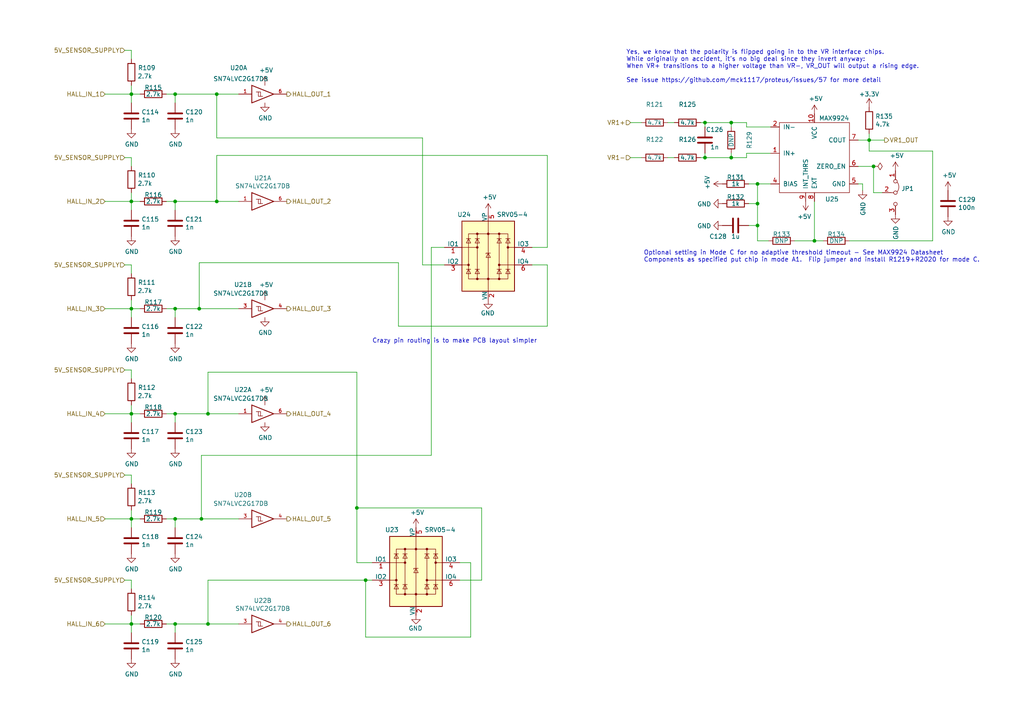
<source format=kicad_sch>
(kicad_sch (version 20231120) (generator "eeschema") (generator_version "8.0")
  (paper "A4")
  (lib_symbols
    (symbol "Device:C" (pin_numbers hide) (pin_names (offset 0.254))
      (property "Reference" "C" (at 0.635 2.54 0))
      (property "Value" "C" (at 0.635 -2.54 0))
      (symbol "C_0_1"
        (polyline (pts (xy -2.032 -0.762) (xy 2.032 -0.762)) (stroke (width 0.508)))
        (polyline (pts (xy -2.032 0.762) (xy 2.032 0.762)) (stroke (width 0.508)))
      )
      (symbol "C_1_1"
        (pin passive line (at 0 3.81 270) (length 2.794) (name "~") (number "1"))
        (pin passive line (at 0 -3.81 90) (length 2.794) (name "~") (number "2"))
      )
    )
    (symbol "Device:R" (pin_numbers hide) (pin_names (offset 0))
      (property "Reference" "R" (at 2.032 0 90))
      (property "Value" "R" (at 0 0 90))
      (symbol "R_0_1"
        (rectangle (start -1.016 -2.54) (end 1.016 2.54) (stroke (width 0.254)))
      )
      (symbol "R_1_1"
        (pin passive line (at 0 3.81 270) (length 1.27) (name "~") (number "1"))
        (pin passive line (at 0 -3.81 90) (length 1.27) (name "~") (number "2"))
      )
    )
    (symbol "Power_Protection:SRV05-4" (pin_names (offset 0))
      (property "Reference" "U" (at -5.08 11.43 0))
      (property "Value" "SRV05-4" (at 2.54 11.43 0))
      (symbol "SRV05-4_0_0"
        (rectangle (start -5.715 6.477) (end 5.715 -6.604))
        (polyline (pts (xy -3.175 -6.604) (xy -3.175 6.477)))
        (polyline (pts (xy 3.175 6.477) (xy 3.175 -6.604)))
      )
      (symbol "SRV05-4_0_1"
        (rectangle (start -7.62 10.16) (end 7.62 -10.16) (stroke (width 0.254)) (fill (type background)))
        (circle (center -5.715 -2.54) (radius 0.2794) (fill (type outline)))
        (circle (center -3.175 -6.604) (radius 0.2794) (fill (type outline)))
        (circle (center -3.175 2.54) (radius 0.2794) (fill (type outline)))
        (circle (center -3.175 6.477) (radius 0.2794) (fill (type outline)))
        (circle (center 0 -6.604) (radius 0.2794) (fill (type outline)))
        (polyline (pts (xy -7.747 2.54) (xy -3.175 2.54)))
        (polyline (pts (xy -7.62 -2.54) (xy -5.715 -2.54)))
        (polyline (pts (xy -5.08 -3.81) (xy -6.35 -3.81)))
        (polyline (pts (xy -5.08 5.08) (xy -6.35 5.08)))
        (polyline (pts (xy -2.54 -3.81) (xy -3.81 -3.81)))
        (polyline (pts (xy -2.54 5.08) (xy -3.81 5.08)))
        (polyline (pts (xy 0 10.16) (xy 0 -10.16)))
        (polyline (pts (xy 3.81 -3.81) (xy 2.54 -3.81)))
        (polyline (pts (xy 3.81 5.08) (xy 2.54 5.08)))
        (polyline (pts (xy 6.35 -3.81) (xy 5.08 -3.81)))
        (polyline (pts (xy 6.35 5.08) (xy 5.08 5.08)))
        (polyline (pts (xy 7.62 -2.54) (xy 3.175 -2.54)))
        (polyline (pts (xy 7.62 2.54) (xy 5.715 2.54)))
        (polyline (pts (xy 0.635 0.889) (xy -0.635 0.889) (xy -0.635 0.635)))
        (polyline (pts (xy -5.08 -5.08) (xy -6.35 -5.08) (xy -5.715 -3.81) (xy -5.08 -5.08)))
        (polyline (pts (xy -5.08 3.81) (xy -6.35 3.81) (xy -5.715 5.08) (xy -5.08 3.81)))
        (polyline (pts (xy -2.54 -5.08) (xy -3.81 -5.08) (xy -3.175 -3.81) (xy -2.54 -5.08)))
        (polyline (pts (xy -2.54 3.81) (xy -3.81 3.81) (xy -3.175 5.08) (xy -2.54 3.81)))
        (polyline (pts (xy 0.635 -0.381) (xy -0.635 -0.381) (xy 0 0.889) (xy 0.635 -0.381)))
        (polyline (pts (xy 3.81 -5.08) (xy 2.54 -5.08) (xy 3.175 -3.81) (xy 3.81 -5.08)))
        (polyline (pts (xy 3.81 3.81) (xy 2.54 3.81) (xy 3.175 5.08) (xy 3.81 3.81)))
        (polyline (pts (xy 6.35 -5.08) (xy 5.08 -5.08) (xy 5.715 -3.81) (xy 6.35 -5.08)))
        (polyline (pts (xy 6.35 3.81) (xy 5.08 3.81) (xy 5.715 5.08) (xy 6.35 3.81)))
        (circle (center 0 6.477) (radius 0.2794) (fill (type outline)))
        (circle (center 3.175 -6.604) (radius 0.2794) (fill (type outline)))
        (circle (center 3.175 -2.54) (radius 0.2794) (fill (type outline)))
        (circle (center 3.175 6.477) (radius 0.2794) (fill (type outline)))
        (circle (center 5.715 2.54) (radius 0.2794) (fill (type outline)))
      )
      (symbol "SRV05-4_1_1"
        (pin passive line (at -12.7 2.54 0) (length 5.08) (name "IO1") (number "1"))
        (pin passive line (at 0 -12.7 90) (length 2.54) (name "VN") (number "2"))
        (pin passive line (at -12.7 -2.54 0) (length 5.08) (name "IO2") (number "3"))
        (pin passive line (at 12.7 2.54 180) (length 5.08) (name "IO3") (number "4"))
        (pin passive line (at 0 12.7 270) (length 2.54) (name "VP") (number "5"))
        (pin passive line (at 12.7 -2.54 180) (length 5.08) (name "IO4") (number "6"))
      )
    )
    (symbol "max9924:MAX9924" (pin_names (offset 1.016))
      (property "Reference" "U" (at 3.81 -11.43 0))
      (property "Value" "MAX9924" (at 7.62 11.43 0))
      (symbol "MAX9924_0_1"
        (rectangle (start -10.16 10.16) (end 10.16 -10.16))
      )
      (symbol "MAX9924_1_1"
        (pin input line (at -12.7 1.27 0) (length 2.54) (name "IN+") (number "1"))
        (pin power_in line (at 0 12.7 270) (length 2.54) (name "VCC") (number "10"))
        (pin input line (at -12.7 8.89 0) (length 2.54) (name "IN-") (number "2"))
        (pin no_connect line (at 0 -5.08 0) (length 2.54) hide (name "~") (number "3"))
        (pin input line (at -12.7 -7.62 0) (length 2.54) (name "BIAS") (number "4"))
        (pin power_in line (at 12.7 -7.62 180) (length 2.54) (name "GND") (number "5"))
        (pin input line (at 12.7 -2.54 180) (length 2.54) (name "ZERO_EN") (number "6"))
        (pin output line (at 12.7 5.08 180) (length 2.54) (name "COUT") (number "7"))
        (pin input line (at 0 -12.7 90) (length 2.54) (name "EXT") (number "8"))
        (pin input line (at -2.54 -12.7 90) (length 2.54) (name "INT_THRS") (number "9"))
      )
    )
    (symbol "power:+3.3V" (power) (pin_names (offset 0))
      (property "Value" "+3.3V" (at 0 3.556 0))
      (symbol "+3.3V_0_1"
        (polyline (pts (xy -0.762 1.27) (xy 0 2.54)))
        (polyline (pts (xy 0 0) (xy 0 2.54)))
        (polyline (pts (xy 0 2.54) (xy 0.762 1.27)))
      )
      (symbol "+3.3V_1_1"
        (pin power_in line (at 0 0 90) (length 0) hide (name "+3.3V") (number "1"))
      )
    )
    (symbol "power:+5V" (power) (pin_names (offset 0))
      (property "Value" "+5V" (at 0 3.556 0))
      (symbol "+5V_0_1"
        (polyline (pts (xy -0.762 1.27) (xy 0 2.54)))
        (polyline (pts (xy 0 0) (xy 0 2.54)))
        (polyline (pts (xy 0 2.54) (xy 0.762 1.27)))
      )
      (symbol "+5V_1_1"
        (pin power_in line (at 0 0 90) (length 0) hide (name "+5V") (number "1"))
      )
    )
    (symbol "power:GND" (power) (pin_names (offset 0))
      (property "Value" "GND" (at 0 -3.81 0))
      (symbol "GND_0_1"
        (polyline (pts (xy 0 0) (xy 0 -1.27) (xy 1.27 -1.27) (xy 0 -2.54) (xy -1.27 -1.27) (xy 0 -1.27)))
      )
      (symbol "GND_1_1"
        (pin power_in line (at 0 0 270) (length 0) hide (name "GND") (number "1"))
      )
    )
    (symbol "power:PWR_FLAG" (power) (pin_numbers hide) (pin_names (offset 0) hide)
      (property "Value" "PWR_FLAG" (at 0 3.81 0))
      (symbol "PWR_FLAG_0_0"
        (pin power_out line (at 0 0 90) (length 0) (name "pwr") (number "1"))
      )
      (symbol "PWR_FLAG_0_1"
        (polyline (pts (xy 0 0) (xy 0 1.27) (xy -1.016 1.905) (xy 0 2.54) (xy 1.016 1.905) (xy 0 1.27)))
      )
    )
    (symbol "proteus-rescue:74LVC2G17-74xGxx" (pin_names (offset 1.016))
      (property "Reference" "U" (at -2.54 3.81 0))
      (property "Value" "74xGxx_74LVC2G17" (at 0 -3.81 0))
      (symbol "74LVC2G17-74xGxx_0_1"
        (polyline (pts (xy -1.905 0.635) (xy -1.27 0.635) (xy -1.27 -0.635)))
        (polyline (pts (xy -3.81 2.54) (xy -3.81 -2.54) (xy 2.54 0) (xy -3.81 2.54)) (stroke (width 0.254)))
        (polyline (pts (xy -2.54 0.635) (xy -1.905 0.635) (xy -1.905 -0.635) (xy -0.635 -0.635)))
        (pin power_in line (at 0 -2.54 270) (length 0) hide (name "GND") (number "2"))
        (pin power_in line (at 0 2.54 90) (length 0) hide (name "VCC") (number "5"))
      )
      (symbol "74LVC2G17-74xGxx_1_1"
        (pin input line (at -7.62 0 0) (length 3.81) (name "~") (number "1"))
        (pin output line (at 6.35 0 180) (length 3.81) (name "~") (number "6"))
      )
      (symbol "74LVC2G17-74xGxx_2_1"
        (pin input line (at -7.62 0 0) (length 3.81) (name "~") (number "3"))
        (pin output line (at 6.35 0 180) (length 3.81) (name "~") (number "4"))
      )
    )
    (symbol "proteus-rescue:Jumper_3_Bridged12-Jumper" (pin_names (offset 0) hide)
      (property "Reference" "JP" (at -2.54 -2.54 0))
      (property "Value" "Jumper_Jumper_3_Bridged12" (at 0 2.794 0))
      (symbol "Jumper_3_Bridged12-Jumper_0_0"
        (circle (center -3.302 0) (radius 0.508))
        (circle (center 0 0) (radius 0.508))
        (circle (center 3.302 0) (radius 0.508))
      )
      (symbol "Jumper_3_Bridged12-Jumper_0_1"
        (arc (start -0.254 0.508) (mid -1.651 0.9912) (end -3.048 0.508))
        (polyline (pts (xy 0 -1.27) (xy 0 -0.508)))
      )
      (symbol "Jumper_3_Bridged12-Jumper_1_1"
        (pin passive line (at -6.35 0 0) (length 2.54) (name "A") (number "1"))
        (pin input line (at 0 -3.81 90) (length 2.54) (name "C") (number "2"))
        (pin passive line (at 6.35 0 180) (length 2.54) (name "B") (number "3"))
      )
    )
  )
  (junction (at 50.8 150.495))
  (junction (at 219.71 53.34))
  (junction (at 219.71 65.405))
  (junction (at 252.095 40.64))
  (junction (at 50.8 27.305))
  (junction (at 60.325 120.015))
  (junction (at 58.42 150.495))
  (junction (at 38.1 27.305))
  (junction (at 38.1 89.535))
  (junction (at 50.8 58.42))
  (junction (at 253.365 48.26))
  (junction (at 50.8 120.015))
  (junction (at 62.865 58.42))
  (junction (at 236.22 69.85))
  (junction (at 212.09 35.56))
  (junction (at 60.325 180.975))
  (junction (at 204.47 45.72))
  (junction (at 103.505 147.32))
  (junction (at 219.71 59.055))
  (junction (at 204.47 35.56))
  (junction (at 212.09 45.72))
  (junction (at 57.785 89.535))
  (junction (at 106.045 168.275))
  (junction (at 62.865 27.305))
  (junction (at 38.1 58.42))
  (junction (at 50.8 89.535))
  (junction (at 50.8 180.975))
  (junction (at 38.1 120.015))
  (junction (at 38.1 180.975))
  (junction (at 38.1 150.495))
  (wire (pts (xy 36.195 76.835) (xy 38.1 76.835)))
  (wire (pts (xy 62.865 40.005) (xy 122.555 40.005)))
  (wire (pts (xy 203.2 35.56) (xy 204.47 35.56)))
  (wire (pts (xy 38.1 153.035) (xy 38.1 150.495)))
  (wire (pts (xy 204.47 45.72) (xy 204.47 44.45)))
  (wire (pts (xy 115.57 94.615) (xy 158.75 94.615)))
  (wire (pts (xy 219.71 69.85) (xy 222.885 69.85)))
  (wire (pts (xy 248.92 48.26) (xy 253.365 48.26)))
  (wire (pts (xy 219.71 59.055) (xy 219.71 53.34)))
  (wire (pts (xy 236.22 58.42) (xy 236.22 69.85)))
  (wire (pts (xy 125.095 71.755) (xy 128.905 71.755)))
  (wire (pts (xy 30.48 180.975) (xy 38.1 180.975)))
  (wire (pts (xy 217.17 53.34) (xy 219.71 53.34)))
  (wire (pts (xy 236.22 69.85) (xy 230.505 69.85)))
  (wire (pts (xy 50.8 58.42) (xy 62.865 58.42)))
  (wire (pts (xy 50.8 120.015) (xy 48.26 120.015)))
  (wire (pts (xy 216.535 44.45) (xy 216.535 45.72)))
  (wire (pts (xy 38.1 89.535) (xy 40.64 89.535)))
  (wire (pts (xy 58.42 150.495) (xy 69.215 150.495)))
  (wire (pts (xy 158.75 94.615) (xy 158.75 76.835)))
  (wire (pts (xy 158.75 45.085) (xy 158.75 71.755)))
  (wire (pts (xy 238.76 69.85) (xy 236.22 69.85)))
  (wire (pts (xy 38.1 86.995) (xy 38.1 89.535)))
  (wire (pts (xy 252.095 43.815) (xy 252.095 40.64)))
  (wire (pts (xy 217.17 65.405) (xy 219.71 65.405)))
  (wire (pts (xy 62.865 27.305) (xy 62.865 40.005)))
  (wire (pts (xy 122.555 76.835) (xy 128.905 76.835)))
  (wire (pts (xy 38.1 45.72) (xy 38.1 48.26)))
  (wire (pts (xy 38.1 120.015) (xy 40.64 120.015)))
  (wire (pts (xy 38.1 122.555) (xy 38.1 120.015)))
  (wire (pts (xy 60.325 168.275) (xy 106.045 168.275)))
  (wire (pts (xy 217.17 59.055) (xy 219.71 59.055)))
  (wire (pts (xy 270.51 43.815) (xy 252.095 43.815)))
  (wire (pts (xy 50.8 27.305) (xy 50.8 29.845)))
  (wire (pts (xy 38.1 76.835) (xy 38.1 79.375)))
  (wire (pts (xy 158.75 76.835) (xy 154.305 76.835)))
  (wire (pts (xy 216.535 35.56) (xy 216.535 36.83)))
  (wire (pts (xy 30.48 150.495) (xy 38.1 150.495)))
  (wire (pts (xy 58.42 150.495) (xy 58.42 132.08)))
  (wire (pts (xy 204.47 35.56) (xy 204.47 36.83)))
  (wire (pts (xy 62.865 58.42) (xy 62.865 45.085)))
  (wire (pts (xy 216.535 36.83) (xy 223.52 36.83)))
  (wire (pts (xy 38.1 58.42) (xy 40.64 58.42)))
  (wire (pts (xy 50.8 120.015) (xy 60.325 120.015)))
  (wire (pts (xy 38.1 117.475) (xy 38.1 120.015)))
  (wire (pts (xy 122.555 40.005) (xy 122.555 76.835)))
  (wire (pts (xy 193.675 45.72) (xy 195.58 45.72)))
  (wire (pts (xy 38.1 180.975) (xy 40.64 180.975)))
  (wire (pts (xy 50.8 120.015) (xy 50.8 122.555)))
  (wire (pts (xy 50.8 89.535) (xy 48.26 89.535)))
  (wire (pts (xy 139.7 168.275) (xy 139.7 147.32)))
  (wire (pts (xy 139.7 147.32) (xy 103.505 147.32)))
  (wire (pts (xy 158.75 71.755) (xy 154.305 71.755)))
  (wire (pts (xy 203.2 45.72) (xy 204.47 45.72)))
  (wire (pts (xy 212.09 35.56) (xy 216.535 35.56)))
  (wire (pts (xy 60.325 107.95) (xy 60.325 120.015)))
  (wire (pts (xy 212.09 35.56) (xy 204.47 35.56)))
  (wire (pts (xy 62.865 58.42) (xy 69.215 58.42)))
  (wire (pts (xy 30.48 58.42) (xy 38.1 58.42)))
  (wire (pts (xy 182.88 35.56) (xy 186.055 35.56)))
  (wire (pts (xy 38.1 107.315) (xy 38.1 109.855)))
  (wire (pts (xy 216.535 45.72) (xy 212.09 45.72)))
  (wire (pts (xy 50.8 180.975) (xy 48.26 180.975)))
  (wire (pts (xy 38.1 183.515) (xy 38.1 180.975)))
  (wire (pts (xy 182.88 45.72) (xy 186.055 45.72)))
  (wire (pts (xy 256.54 40.64) (xy 252.095 40.64)))
  (wire (pts (xy 38.1 60.96) (xy 38.1 58.42)))
  (wire (pts (xy 252.095 38.735) (xy 252.095 40.64)))
  (wire (pts (xy 36.195 107.315) (xy 38.1 107.315)))
  (wire (pts (xy 253.365 48.26) (xy 253.365 55.88)))
  (wire (pts (xy 50.8 58.42) (xy 48.26 58.42)))
  (wire (pts (xy 38.1 137.795) (xy 38.1 140.335)))
  (wire (pts (xy 38.1 168.275) (xy 38.1 170.815)))
  (wire (pts (xy 50.8 89.535) (xy 50.8 92.075)))
  (wire (pts (xy 103.505 107.95) (xy 60.325 107.95)))
  (wire (pts (xy 106.045 168.275) (xy 107.95 168.275)))
  (wire (pts (xy 223.52 44.45) (xy 216.535 44.45)))
  (wire (pts (xy 60.325 180.975) (xy 69.215 180.975)))
  (wire (pts (xy 250.19 55.245) (xy 250.19 53.34)))
  (wire (pts (xy 250.19 53.34) (xy 248.92 53.34)))
  (wire (pts (xy 36.195 14.605) (xy 38.1 14.605)))
  (wire (pts (xy 219.71 65.405) (xy 219.71 69.85)))
  (wire (pts (xy 133.35 168.275) (xy 139.7 168.275)))
  (wire (pts (xy 57.785 76.2) (xy 115.57 76.2)))
  (wire (pts (xy 253.365 55.88) (xy 255.905 55.88)))
  (wire (pts (xy 60.325 120.015) (xy 69.215 120.015)))
  (wire (pts (xy 38.1 24.765) (xy 38.1 27.305)))
  (wire (pts (xy 115.57 76.2) (xy 115.57 94.615)))
  (wire (pts (xy 246.38 69.85) (xy 270.51 69.85)))
  (wire (pts (xy 212.09 36.83) (xy 212.09 35.56)))
  (wire (pts (xy 195.58 35.56) (xy 193.675 35.56)))
  (wire (pts (xy 50.8 27.305) (xy 62.865 27.305)))
  (wire (pts (xy 50.8 150.495) (xy 48.26 150.495)))
  (wire (pts (xy 36.195 168.275) (xy 38.1 168.275)))
  (wire (pts (xy 136.525 184.785) (xy 136.525 163.195)))
  (wire (pts (xy 50.8 58.42) (xy 50.8 60.96)))
  (wire (pts (xy 219.71 65.405) (xy 219.71 59.055)))
  (wire (pts (xy 106.045 168.275) (xy 106.045 184.785)))
  (wire (pts (xy 38.1 27.305) (xy 40.64 27.305)))
  (wire (pts (xy 36.195 45.72) (xy 38.1 45.72)))
  (wire (pts (xy 57.785 89.535) (xy 69.215 89.535)))
  (wire (pts (xy 38.1 147.955) (xy 38.1 150.495)))
  (wire (pts (xy 107.95 163.195) (xy 103.505 163.195)))
  (wire (pts (xy 58.42 132.08) (xy 125.095 132.08)))
  (wire (pts (xy 30.48 27.305) (xy 38.1 27.305)))
  (wire (pts (xy 38.1 29.845) (xy 38.1 27.305)))
  (wire (pts (xy 38.1 150.495) (xy 40.64 150.495)))
  (wire (pts (xy 212.09 45.72) (xy 212.09 44.45)))
  (wire (pts (xy 38.1 55.88) (xy 38.1 58.42)))
  (wire (pts (xy 103.505 163.195) (xy 103.505 147.32)))
  (wire (pts (xy 62.865 27.305) (xy 69.215 27.305)))
  (wire (pts (xy 50.8 180.975) (xy 50.8 183.515)))
  (wire (pts (xy 106.045 184.785) (xy 136.525 184.785)))
  (wire (pts (xy 219.71 53.34) (xy 223.52 53.34)))
  (wire (pts (xy 252.095 40.64) (xy 248.92 40.64)))
  (wire (pts (xy 50.8 180.975) (xy 60.325 180.975)))
  (wire (pts (xy 50.8 27.305) (xy 48.26 27.305)))
  (wire (pts (xy 36.195 137.795) (xy 38.1 137.795)))
  (wire (pts (xy 57.785 89.535) (xy 57.785 76.2)))
  (wire (pts (xy 60.325 180.975) (xy 60.325 168.275)))
  (wire (pts (xy 50.8 89.535) (xy 57.785 89.535)))
  (wire (pts (xy 62.865 45.085) (xy 158.75 45.085)))
  (wire (pts (xy 136.525 163.195) (xy 133.35 163.195)))
  (wire (pts (xy 270.51 69.85) (xy 270.51 43.815)))
  (wire (pts (xy 50.8 150.495) (xy 50.8 153.035)))
  (wire (pts (xy 38.1 14.605) (xy 38.1 17.145)))
  (wire (pts (xy 103.505 147.32) (xy 103.505 107.95)))
  (wire (pts (xy 125.095 132.08) (xy 125.095 71.755)))
  (wire (pts (xy 38.1 178.435) (xy 38.1 180.975)))
  (wire (pts (xy 30.48 89.535) (xy 38.1 89.535)))
  (wire (pts (xy 30.48 120.015) (xy 38.1 120.015)))
  (wire (pts (xy 50.8 150.495) (xy 58.42 150.495)))
  (wire (pts (xy 38.1 92.075) (xy 38.1 89.535)))
  (wire (pts (xy 204.47 45.72) (xy 212.09 45.72)))
  (text "Yes, we know that the polarity is flipped going in to the VR interface chips.\nWhile originally on accident, it’s no big deal since they invert anyway:\nWhen VR+ transitions to a higher voltage than VR-, VR_OUT will output a rising edge.\n\nSee issue https://github.com/mck1117/proteus/issues/57 for more detail" (at 181.61 24.13 0) (effects (font (size 1.27 1.27)) (justify left bottom)))
  (text "Crazy pin routing is to make PCB layout simpler" (at 107.95 99.695 0) (effects (font (size 1.27 1.27)) (justify left bottom)))
  (text "Optional setting in Mode C for no adaptive threshold timeout - See MAX9924 Datasheet\nComponents as specified put chip in mode A1.  Flip jumper and install R1219+R2020 for mode C." (at 186.69 76.2 0) (effects (font (size 1.27 1.27)) (justify left bottom)))
  (hierarchical_label "HALL_OUT_1" (shape output) (at 83.185 27.305 0))
  (hierarchical_label "5V_SENSOR_SUPPLY" (shape input) (at 36.195 107.315 180))
  (hierarchical_label "5V_SENSOR_SUPPLY" (shape input) (at 36.195 168.275 180))
  (hierarchical_label "HALL_IN_6" (shape input) (at 30.48 180.975 180))
  (hierarchical_label "VR1+" (shape input) (at 182.88 35.56 180))
  (hierarchical_label "HALL_IN_4" (shape input) (at 30.48 120.015 180))
  (hierarchical_label "HALL_OUT_3" (shape output) (at 83.185 89.535 0))
  (hierarchical_label "5V_SENSOR_SUPPLY" (shape input) (at 36.195 14.605 180))
  (hierarchical_label "5V_SENSOR_SUPPLY" (shape input) (at 36.195 45.72 180))
  (hierarchical_label "HALL_OUT_2" (shape output) (at 83.185 58.42 0))
  (hierarchical_label "HALL_IN_3" (shape input) (at 30.48 89.535 180))
  (hierarchical_label "HALL_OUT_6" (shape output) (at 83.185 180.975 0))
  (hierarchical_label "HALL_IN_2" (shape input) (at 30.48 58.42 180))
  (hierarchical_label "5V_SENSOR_SUPPLY" (shape input) (at 36.195 76.835 180))
  (hierarchical_label "5V_SENSOR_SUPPLY" (shape input) (at 36.195 137.795 180))
  (hierarchical_label "HALL_OUT_5" (shape output) (at 83.185 150.495 0))
  (hierarchical_label "HALL_OUT_4" (shape output) (at 83.185 120.015 0))
  (hierarchical_label "HALL_IN_1" (shape input) (at 30.48 27.305 180))
  (hierarchical_label "HALL_IN_5" (shape input) (at 30.48 150.495 180))
  (hierarchical_label "VR1_OUT" (shape output) (at 256.54 40.64 0))
  (hierarchical_label "VR1-" (shape input) (at 182.88 45.72 180))
  (symbol (lib_id "power:GND") (at 274.955 62.865 0) (unit 1)
    (property "Reference" "#PWR0264" (effects (hide yes)))
    (property "Value" "GND" (at 275.082 67.2592 0))
    (instances (project "ECUGDI" (path "" (reference "#PWR0264") (unit 1))) (project "proteus" (path "" (reference "#PWR0241") (unit 1))))
  )
  (symbol (lib_id "Device:R") (at 44.45 150.495 270) (unit 1)
    (property "Reference" "R119" (at 44.45 148.59 90))
    (property "Value" "2.7k" (at 44.45 150.495 90))
    (property "Footprint" "Resistor_SMD:R_0603_1608Metric" (effects (hide yes)))
    (property "LCSC" "C13167" (effects (hide yes)))
    (property "PN" "RC0603FR-072K7L" (effects (hide yes)))
    (instances (project "ECUGDI" (path "" (reference "R119") (unit 1))) (project "proteus" (path "" (reference "R1202") (unit 1))))
  )
  (symbol (lib_id "Device:C") (at 38.1 95.885 0) (unit 1)
    (property "Reference" "C116" (at 41.021 94.7166 0) (effects (justify left)))
    (property "Value" "1n" (at 41.021 97.028 0) (effects (justify left)))
    (property "Footprint" "Capacitor_SMD:C_0603_1608Metric" (effects (hide yes)))
    (property "LCSC" "C1588" (effects (hide yes)))
    (property "PN" "CL10B102KB8NNNC" (effects (hide yes)))
    (instances (project "ECUGDI" (path "" (reference "C116") (unit 1))) (project "proteus" (path "" (reference "C1405") (unit 1))))
  )
  (symbol (lib_id "Device:R") (at 38.1 144.145 0) (unit 1)
    (property "Reference" "R113" (at 40.005 142.875 0) (effects (justify left)))
    (property "Value" "2.7k" (at 39.878 145.288 0) (effects (justify left)))
    (property "Footprint" "Resistor_SMD:R_0603_1608Metric" (effects (hide yes)))
    (property "LCSC" "C13167" (effects (hide yes)))
    (property "PN" "RC0603FR-072K7L" (effects (hide yes)))
    (instances (project "ECUGDI" (path "" (reference "R113") (unit 1))) (project "proteus" (path "" (reference "R1201") (unit 1))))
  )
  (symbol (lib_id "Device:R") (at 242.57 69.85 270) (unit 1)
    (property "Reference" "R134" (at 242.57 67.945 90))
    (property "Value" "DNP" (at 242.57 69.85 90))
    (property "Footprint" "Resistor_SMD:R_0805_2012Metric_Pad1.20x1.40mm_HandSolder" (effects (hide yes)))
    (property "LCSC" "DNP" (effects (hide yes)))
    (instances (project "ECUGDI" (path "" (reference "R134") (unit 1))) (project "proteus" (path "" (reference "R1220") (unit 1))))
  )
  (symbol (lib_id "Device:R") (at 212.09 40.64 180) (unit 1)
    (property "Reference" "R129" (at 217.3478 40.64 90))
    (property "Value" "DNP" (at 212.09 40.64 90))
    (property "Footprint" "Resistor_SMD:R_0805_2012Metric" (effects (hide yes)))
    (property "PN" "603-RC0402FR-075KL" (effects (hide yes)))
    (property "LCSC" "DNP" (effects (hide yes)))
    (instances (project "ECUGDI" (path "" (reference "R129") (unit 1))) (project "proteus" (path "" (reference "R1207") (unit 1))))
  )
  (symbol (lib_id "proteus-rescue:74LVC2G17-74xGxx") (at 76.835 58.42 0) (unit 1)
    (property "Reference" "U21" (at 76.2 51.6382 0))
    (property "Value" "SN74LVC2G17DB" (at 76.2 53.9496 0))
    (property "Footprint" "Package_TO_SOT_SMD:SOT-23-6" (effects (hide yes)))
    (property "Datasheet" "http://www.ti.com/lit/sg/scyt129e/scyt129e.pdf" (effects (hide yes)))
    (property "LCSC" "C10429" (effects (hide yes)))
    (property "PN" "SN74LVC2G17DBVR" (effects (hide yes)))
    (instances (project "ECUGDI" (path "" (reference "U21") (unit 1))) (project "proteus" (path "" (reference "U1207") (unit 1)) (path "" (reference "U1207") (unit 1))))
  )
  (symbol (lib_id "power:GND") (at 259.715 62.23 0) (unit 1)
    (property "Reference" "#PWR0262" (effects (hide yes)))
    (property "Value" "GND" (at 259.842 65.4812 90) (effects (justify right)))
    (instances (project "ECUGDI" (path "" (reference "#PWR0262") (unit 1))) (project "proteus" (path "" (reference "#PWR0305") (unit 1))))
  )
  (symbol (lib_id "power:GND") (at 38.1 160.655 0) (unit 1)
    (property "Reference" "#PWR0231" (effects (hide yes)))
    (property "Value" "GND" (at 38.227 165.0492 0))
    (instances (project "ECUGDI" (path "" (reference "#PWR0231") (unit 1))) (project "proteus" (path "" (reference "#PWR0115") (unit 1))))
  )
  (symbol (lib_id "power:GND") (at 38.1 130.175 0) (unit 1)
    (property "Reference" "#PWR0230" (effects (hide yes)))
    (property "Value" "GND" (at 38.227 134.5692 0))
    (instances (project "ECUGDI" (path "" (reference "#PWR0230") (unit 1))) (project "proteus" (path "" (reference "#PWR01415") (unit 1))))
  )
  (symbol (lib_id "Device:R") (at 38.1 52.07 0) (unit 1)
    (property "Reference" "R110" (at 40.005 50.8 0) (effects (justify left)))
    (property "Value" "2.7k" (at 39.878 53.213 0) (effects (justify left)))
    (property "Footprint" "Resistor_SMD:R_0603_1608Metric" (effects (hide yes)))
    (property "LCSC" "C13167" (effects (hide yes)))
    (property "PN" "RC0603FR-072K7L" (effects (hide yes)))
    (instances (project "ECUGDI" (path "" (reference "R110") (unit 1))) (project "proteus" (path "" (reference "R1403") (unit 1))))
  )
  (symbol (lib_id "power:GND") (at 76.835 29.845 0) (unit 1)
    (property "Reference" "#PWR0240" (effects (hide yes)))
    (property "Value" "GND" (at 76.962 34.2392 0))
    (instances (project "ECUGDI" (path "" (reference "#PWR0240") (unit 1))) (project "proteus" (path "" (reference "#PWR0122") (unit 1))))
  )
  (symbol (lib_id "Device:R") (at 44.45 58.42 270) (unit 1)
    (property "Reference" "R116" (at 44.45 56.515 90))
    (property "Value" "2.7k" (at 44.45 58.42 90))
    (property "Footprint" "Resistor_SMD:R_0603_1608Metric" (effects (hide yes)))
    (property "LCSC" "C13167" (effects (hide yes)))
    (property "PN" "RC0603FR-072K7L" (effects (hide yes)))
    (instances (project "ECUGDI" (path "" (reference "R116") (unit 1))) (project "proteus" (path "" (reference "R1404") (unit 1))))
  )
  (symbol (lib_id "power:GND") (at 50.8 37.465 0) (unit 1)
    (property "Reference" "#PWR0233" (effects (hide yes)))
    (property "Value" "GND" (at 50.927 41.8592 0))
    (instances (project "ECUGDI" (path "" (reference "#PWR0233") (unit 1))) (project "proteus" (path "" (reference "#PWR01404") (unit 1))))
  )
  (symbol (lib_id "Device:C") (at 38.1 156.845 0) (unit 1)
    (property "Reference" "C118" (at 41.021 155.6766 0) (effects (justify left)))
    (property "Value" "1n" (at 41.021 157.988 0) (effects (justify left)))
    (property "Footprint" "Capacitor_SMD:C_0603_1608Metric" (effects (hide yes)))
    (property "LCSC" "C1588" (effects (hide yes)))
    (property "PN" "CL10B102KB8NNNC" (effects (hide yes)))
    (instances (project "ECUGDI" (path "" (reference "C118") (unit 1))) (project "proteus" (path "" (reference "C1204") (unit 1))))
  )
  (symbol (lib_id "power:GND") (at 38.1 37.465 0) (unit 1)
    (property "Reference" "#PWR0227" (effects (hide yes)))
    (property "Value" "GND" (at 38.227 41.8592 0))
    (instances (project "ECUGDI" (path "" (reference "#PWR0227") (unit 1))) (project "proteus" (path "" (reference "#PWR01403") (unit 1))))
  )
  (symbol (lib_id "power:GND") (at 38.1 99.695 0) (unit 1)
    (property "Reference" "#PWR0229" (effects (hide yes)))
    (property "Value" "GND" (at 38.227 104.0892 0))
    (instances (project "ECUGDI" (path "" (reference "#PWR0229") (unit 1))) (project "proteus" (path "" (reference "#PWR01411") (unit 1))))
  )
  (symbol (lib_id "power:GND") (at 76.835 122.555 0) (unit 1)
    (property "Reference" "#PWR0244" (effects (hide yes)))
    (property "Value" "GND" (at 76.962 126.9492 0))
    (instances (project "ECUGDI" (path "" (reference "#PWR0244") (unit 1))) (project "proteus" (path "" (reference "#PWR0285") (unit 1))))
  )
  (symbol (lib_id "Device:R") (at 226.695 69.85 270) (unit 1)
    (property "Reference" "R133" (at 226.695 67.945 90))
    (property "Value" "DNP" (at 226.695 69.85 90))
    (property "Footprint" "Resistor_SMD:R_0805_2012Metric_Pad1.20x1.40mm_HandSolder" (effects (hide yes)))
    (property "LCSC" "DNP" (effects (hide yes)))
    (instances (project "ECUGDI" (path "" (reference "R133") (unit 1))) (project "proteus" (path "" (reference "R1219") (unit 1))))
  )
  (symbol (lib_id "Device:C") (at 38.1 64.77 0) (unit 1)
    (property "Reference" "C115" (at 41.021 63.6016 0) (effects (justify left)))
    (property "Value" "1n" (at 41.021 65.913 0) (effects (justify left)))
    (property "Footprint" "Capacitor_SMD:C_0603_1608Metric" (effects (hide yes)))
    (property "LCSC" "C1588" (effects (hide yes)))
    (property "PN" "CL10B102KB8NNNC" (effects (hide yes)))
    (instances (project "ECUGDI" (path "" (reference "C115") (unit 1))) (project "proteus" (path "" (reference "C1403") (unit 1))))
  )
  (symbol (lib_id "power:+5V") (at 209.55 53.34 90) (unit 1)
    (property "Reference" "#PWR0249" (effects (hide yes)))
    (property "Value" "+5V" (at 205.1558 52.959 0))
    (instances (project "ECUGDI" (path "" (reference "#PWR0249") (unit 1))) (project "proteus" (path "" (reference "#PWR0303") (unit 1))))
  )
  (symbol (lib_id "Device:C") (at 274.955 59.055 0) (unit 1)
    (property "Reference" "C129" (at 277.876 57.8866 0) (effects (justify left)))
    (property "Value" "100n" (at 277.876 60.198 0) (effects (justify left)))
    (property "Footprint" "Capacitor_SMD:C_0603_1608Metric" (effects (hide yes)))
    (property "LCSC" "C14663" (effects (hide yes)))
    (property "PN" "0603B103K500NT" (effects (hide yes)))
    (instances (project "ECUGDI" (path "" (reference "C129") (unit 1))) (project "proteus" (path "" (reference "C1211") (unit 1))))
  )
  (symbol (lib_id "power:+5V") (at 259.715 49.53 0) (unit 1)
    (property "Reference" "#PWR0261" (effects (hide yes)))
    (property "Value" "+5V" (at 260.096 45.1358 0))
    (instances (project "ECUGDI" (path "" (reference "#PWR0261") (unit 1))) (project "proteus" (path "" (reference "#PWR0306") (unit 1))))
  )
  (symbol (lib_id "Device:R") (at 44.45 120.015 270) (unit 1)
    (property "Reference" "R118" (at 44.45 118.11 90))
    (property "Value" "2.7k" (at 44.45 120.015 90))
    (property "Footprint" "Resistor_SMD:R_0603_1608Metric" (effects (hide yes)))
    (property "LCSC" "C13167" (effects (hide yes)))
    (property "PN" "RC0603FR-072K7L" (effects (hide yes)))
    (instances (project "ECUGDI" (path "" (reference "R118") (unit 1))) (project "proteus" (path "" (reference "R1408") (unit 1))))
  )
  (symbol (lib_id "Power_Protection:SRV05-4") (at 120.65 165.735 0) (unit 1)
    (property "Reference" "U23" (at 113.665 153.67 0))
    (property "Value" "SRV05-4" (at 127.635 153.67 0))
    (property "Footprint" "Package_TO_SOT_SMD:SOT-23-6" (effects (hide yes)))
    (property "Datasheet" "http://www.onsemi.com/pub/Collateral/SRV05-4-D.PDF" (effects (hide yes)))
    (property "PN" "SRV05-4-P-T7" (effects (hide yes)))
    (instances (project "ECUGDI" (path "" (reference "U23") (unit 1))) (project "proteus" (path "" (reference "U1107") (unit 1))))
  )
  (symbol (lib_id "power:GND") (at 50.8 191.135 0) (unit 1)
    (property "Reference" "#PWR0238" (effects (hide yes)))
    (property "Value" "GND" (at 50.927 195.5292 0))
    (instances (project "ECUGDI" (path "" (reference "#PWR0238") (unit 1))) (project "proteus" (path "" (reference "#PWR0117") (unit 1))))
  )
  (symbol (lib_id "power:GND") (at 50.8 68.58 0) (unit 1)
    (property "Reference" "#PWR0234" (effects (hide yes)))
    (property "Value" "GND" (at 50.927 72.9742 0))
    (instances (project "ECUGDI" (path "" (reference "#PWR0234") (unit 1))) (project "proteus" (path "" (reference "#PWR01408") (unit 1))))
  )
  (symbol (lib_id "Device:R") (at 213.36 53.34 90) (unit 1)
    (property "Reference" "R131" (at 213.36 51.435 90))
    (property "Value" "1k" (at 213.36 53.34 90))
    (property "Footprint" "Resistor_SMD:R_0402_1005Metric" (effects (hide yes)))
    (property "LCSC" "C11702" (effects (hide yes)))
    (property "PN" "RC0402FR-071KL" (effects (hide yes)))
    (instances (project "ECUGDI" (path "" (reference "R131") (unit 1))) (project "proteus" (path "" (reference "R1217") (unit 1))))
  )
  (symbol (lib_id "Device:R") (at 38.1 113.665 0) (unit 1)
    (property "Reference" "R112" (at 40.005 112.395 0) (effects (justify left)))
    (property "Value" "2.7k" (at 39.878 114.808 0) (effects (justify left)))
    (property "Footprint" "Resistor_SMD:R_0603_1608Metric" (effects (hide yes)))
    (property "LCSC" "C13167" (effects (hide yes)))
    (property "PN" "RC0603FR-072K7L" (effects (hide yes)))
    (instances (project "ECUGDI" (path "" (reference "R112") (unit 1))) (project "proteus" (path "" (reference "R1407") (unit 1))))
  )
  (symbol (lib_id "Device:R") (at 213.36 59.055 90) (unit 1)
    (property "Reference" "R132" (at 213.36 57.15 90))
    (property "Value" "1k" (at 213.36 59.055 90))
    (property "Footprint" "Resistor_SMD:R_0402_1005Metric" (effects (hide yes)))
    (property "LCSC" "C11702" (effects (hide yes)))
    (property "PN" "RC0402FR-071KL" (effects (hide yes)))
    (instances (project "ECUGDI" (path "" (reference "R132") (unit 1))) (project "proteus" (path "" (reference "R1218") (unit 1))))
  )
  (symbol (lib_id "power:+5V") (at 120.65 153.035 0) (unit 1)
    (property "Reference" "#PWR0245" (effects (hide yes)))
    (property "Value" "+5V" (at 121.031 148.6408 0))
    (instances (project "ECUGDI" (path "" (reference "#PWR0245") (unit 1))) (project "proteus" (path "" (reference "#PWR0146") (unit 1))))
  )
  (symbol (lib_id "proteus-rescue:74LVC2G17-74xGxx") (at 76.835 120.015 0) (unit 1)
    (property "Reference" "U22" (at 70.485 113.03 0))
    (property "Value" "SN74LVC2G17DB" (at 69.85 115.57 0))
    (property "Footprint" "Package_TO_SOT_SMD:SOT-23-6" (effects (hide yes)))
    (property "Datasheet" "http://www.ti.com/lit/sg/scyt129e/scyt129e.pdf" (effects (hide yes)))
    (property "LCSC" "C10429" (effects (hide yes)))
    (property "PN" "SN74LVC2G17DBVR" (effects (hide yes)))
    (instances (project "ECUGDI" (path "" (reference "U22") (unit 1))) (project "proteus" (path "" (reference "U1208") (unit 1)) (path "" (reference "U1208") (unit 1))))
  )
  (symbol (lib_id "Device:R") (at 189.865 45.72 270) (unit 1)
    (property "Reference" "R122" (at 189.865 40.4622 90))
    (property "Value" "4.7k" (at 189.865 45.72 90))
    (property "Footprint" "Resistor_SMD:R_0805_2012Metric" (effects (hide yes)))
    (property "LCSC" "C17673" (effects (hide yes)))
    (property "PN" "RC0805FR-074K7L" (effects (hide yes)))
    (instances (project "ECUGDI" (path "" (reference "R122") (unit 1))) (project "proteus" (path "" (reference "R1208") (unit 1))))
  )
  (symbol (lib_id "power:GND") (at 209.55 59.055 270) (unit 1)
    (property "Reference" "#PWR0250" (effects (hide yes)))
    (property "Value" "GND" (at 206.2988 59.182 90) (effects (justify right)))
    (instances (project "ECUGDI" (path "" (reference "#PWR0250") (unit 1))) (project "proteus" (path "" (reference "#PWR0232") (unit 1))))
  )
  (symbol (lib_id "Device:C") (at 50.8 156.845 0) (unit 1)
    (property "Reference" "C124" (at 53.721 155.6766 0) (effects (justify left)))
    (property "Value" "1n" (at 53.721 157.988 0) (effects (justify left)))
    (property "Footprint" "Capacitor_SMD:C_0603_1608Metric" (effects (hide yes)))
    (property "LCSC" "C1588" (effects (hide yes)))
    (property "PN" "CL10B102KB8NNNC" (effects (hide yes)))
    (instances (project "ECUGDI" (path "" (reference "C124") (unit 1))) (project "proteus" (path "" (reference "C1205") (unit 1))))
  )
  (symbol (lib_id "Device:C") (at 38.1 126.365 0) (unit 1)
    (property "Reference" "C117" (at 41.021 125.1966 0) (effects (justify left)))
    (property "Value" "1n" (at 41.021 127.508 0) (effects (justify left)))
    (property "Footprint" "Capacitor_SMD:C_0603_1608Metric" (effects (hide yes)))
    (property "LCSC" "C1588" (effects (hide yes)))
    (property "PN" "CL10B102KB8NNNC" (effects (hide yes)))
    (instances (project "ECUGDI" (path "" (reference "C117") (unit 1))) (project "proteus" (path "" (reference "C1407") (unit 1))))
  )
  (symbol (lib_id "power:+5V") (at 236.22 33.02 0) (unit 1)
    (property "Reference" "#PWR0255" (effects (hide yes)))
    (property "Value" "+5V" (at 236.601 28.6258 0))
    (instances (project "ECUGDI" (path "" (reference "#PWR0255") (unit 1))) (project "proteus" (path "" (reference "#PWR0230") (unit 1))))
  )
  (symbol (lib_id "power:+5V") (at 76.835 24.765 0) (unit 1)
    (property "Reference" "#PWR0239" (effects (hide yes)))
    (property "Value" "+5V" (at 77.216 20.3708 0))
    (instances (project "ECUGDI" (path "" (reference "#PWR0239") (unit 1))) (project "proteus" (path "" (reference "#PWR0118") (unit 1))))
  )
  (symbol (lib_id "Device:R") (at 38.1 20.955 0) (unit 1)
    (property "Reference" "R109" (at 40.005 19.685 0) (effects (justify left)))
    (property "Value" "2.7k" (at 39.878 22.098 0) (effects (justify left)))
    (property "Footprint" "Resistor_SMD:R_0603_1608Metric" (effects (hide yes)))
    (property "LCSC" "C13167" (effects (hide yes)))
    (property "PN" "RC0603FR-072K7L" (effects (hide yes)))
    (instances (project "ECUGDI" (path "" (reference "R109") (unit 1))) (project "proteus" (path "" (reference "R1401") (unit 1))))
  )
  (symbol (lib_id "power:GND") (at 38.1 191.135 0) (unit 1)
    (property "Reference" "#PWR0232" (effects (hide yes)))
    (property "Value" "GND" (at 38.227 195.5292 0))
    (instances (project "ECUGDI" (path "" (reference "#PWR0232") (unit 1))) (project "proteus" (path "" (reference "#PWR0119") (unit 1))))
  )
  (symbol (lib_id "Device:C") (at 50.8 126.365 0) (unit 1)
    (property "Reference" "C123" (at 53.721 125.1966 0) (effects (justify left)))
    (property "Value" "1n" (at 53.721 127.508 0) (effects (justify left)))
    (property "Footprint" "Capacitor_SMD:C_0603_1608Metric" (effects (hide yes)))
    (property "LCSC" "C1588" (effects (hide yes)))
    (property "PN" "CL10B102KB8NNNC" (effects (hide yes)))
    (instances (project "ECUGDI" (path "" (reference "C123") (unit 1))) (project "proteus" (path "" (reference "C1408") (unit 1))))
  )
  (symbol (lib_id "Device:R") (at 44.45 180.975 270) (unit 1)
    (property "Reference" "R120" (at 44.45 179.07 90))
    (property "Value" "2.7k" (at 44.45 180.975 90))
    (property "Footprint" "Resistor_SMD:R_0603_1608Metric" (effects (hide yes)))
    (property "LCSC" "C13167" (effects (hide yes)))
    (property "PN" "RC0603FR-072K7L" (effects (hide yes)))
    (instances (project "ECUGDI" (path "" (reference "R120") (unit 1))) (project "proteus" (path "" (reference "R1204") (unit 1))))
  )
  (symbol (lib_id "power:GND") (at 141.605 86.995 0) (unit 1)
    (property "Reference" "#PWR0248" (effects (hide yes)))
    (property "Value" "GND" (at 143.51 90.805 0) (effects (justify right)))
    (instances (project "ECUGDI" (path "" (reference "#PWR0248") (unit 1))) (project "proteus" (path "" (reference "#PWR0145") (unit 1))))
  )
  (symbol (lib_id "power:+5V") (at 274.955 55.245 0) (unit 1)
    (property "Reference" "#PWR0263" (effects (hide yes)))
    (property "Value" "+5V" (at 275.336 50.8508 0))
    (instances (project "ECUGDI" (path "" (reference "#PWR0263") (unit 1))) (project "proteus" (path "" (reference "#PWR0240") (unit 1))))
  )
  (symbol (lib_id "proteus-rescue:74LVC2G17-74xGxx") (at 76.835 89.535 0) (unit 2)
    (property "Reference" "U21" (at 70.485 82.55 0))
    (property "Value" "SN74LVC2G17DB" (at 69.85 85.09 0))
    (property "Footprint" "Package_TO_SOT_SMD:SOT-23-6" (effects (hide yes)))
    (property "Datasheet" "http://www.ti.com/lit/sg/scyt129e/scyt129e.pdf" (effects (hide yes)))
    (property "LCSC" "C10429" (effects (hide yes)))
    (property "PN" "SN74LVC2G17DBVR" (effects (hide yes)))
    (instances (project "ECUGDI" (path "" (reference "U21") (unit 2))) (project "proteus" (path "" (reference "U1207") (unit 2)) (path "" (reference "U1207") (unit 2))))
  )
  (symbol (lib_id "power:GND") (at 76.835 92.075 0) (unit 1)
    (property "Reference" "#PWR0242" (effects (hide yes)))
    (property "Value" "GND" (at 76.962 96.4692 0))
    (instances (project "ECUGDI" (path "" (reference "#PWR0242") (unit 1))) (project "proteus" (path "" (reference "#PWR0281") (unit 1))))
  )
  (symbol (lib_id "power:GND") (at 50.8 130.175 0) (unit 1)
    (property "Reference" "#PWR0236" (effects (hide yes)))
    (property "Value" "GND" (at 50.927 134.5692 0))
    (instances (project "ECUGDI" (path "" (reference "#PWR0236") (unit 1))) (project "proteus" (path "" (reference "#PWR01416") (unit 1))))
  )
  (symbol (lib_id "proteus-rescue:74LVC2G17-74xGxx") (at 76.835 150.495 0) (unit 2)
    (property "Reference" "U20" (at 70.485 143.51 0))
    (property "Value" "SN74LVC2G17DB" (at 69.85 146.05 0))
    (property "Footprint" "Package_TO_SOT_SMD:SOT-23-6" (effects (hide yes)))
    (property "Datasheet" "http://www.ti.com/lit/sg/scyt129e/scyt129e.pdf" (effects (hide yes)))
    (property "LCSC" "C10429" (effects (hide yes)))
    (property "PN" "SN74LVC2G17DBVR" (effects (hide yes)))
    (instances (project "ECUGDI" (path "" (reference "U20") (unit 2))) (project "proteus" (path "" (reference "U1202") (unit 2)) (path "" (reference "U1202") (unit 2))))
  )
  (symbol (lib_id "power:GND") (at 120.65 178.435 0) (unit 1)
    (property "Reference" "#PWR0246" (effects (hide yes)))
    (property "Value" "GND" (at 122.555 182.245 0) (effects (justify right)))
    (instances (project "ECUGDI" (path "" (reference "#PWR0246") (unit 1))) (project "proteus" (path "" (reference "#PWR0147") (unit 1))))
  )
  (symbol (lib_id "Device:C") (at 50.8 64.77 0) (unit 1)
    (property "Reference" "C121" (at 53.721 63.6016 0) (effects (justify left)))
    (property "Value" "1n" (at 53.721 65.913 0) (effects (justify left)))
    (property "Footprint" "Capacitor_SMD:C_0603_1608Metric" (effects (hide yes)))
    (property "LCSC" "C1588" (effects (hide yes)))
    (property "PN" "CL10B102KB8NNNC" (effects (hide yes)))
    (instances (project "ECUGDI" (path "" (reference "C121") (unit 1))) (project "proteus" (path "" (reference "C1404") (unit 1))))
  )
  (symbol (lib_id "max9924:MAX9924") (at 236.22 45.72 0) (unit 1)
    (property "Reference" "U25" (at 241.3 57.785 0))
    (property "Value" "MAX9924" (at 241.935 34.29 0))
    (property "Footprint" "Package_SO:MSOP-10_3x3mm_P0.5mm" (effects (hide yes)))
    (property "LCSC" "N/A" (effects (hide yes)))
    (property "PN" "MAX9924UAUB+T" (effects (hide yes)))
    (instances (project "ECUGDI" (path "" (reference "U25") (unit 1))) (project "proteus" (path "" (reference "U1203") (unit 1))))
  )
  (symbol (lib_id "Power_Protection:SRV05-4") (at 141.605 74.295 0) (unit 1)
    (property "Reference" "U24" (at 134.62 62.23 0))
    (property "Value" "SRV05-4" (at 148.59 62.23 0))
    (property "Footprint" "Package_TO_SOT_SMD:SOT-23-6" (effects (hide yes)))
    (property "Datasheet" "http://www.onsemi.com/pub/Collateral/SRV05-4-D.PDF" (effects (hide yes)))
    (property "PN" "SRV05-4-P-T7" (effects (hide yes)))
    (instances (project "ECUGDI" (path "" (reference "U24") (unit 1))) (project "proteus" (path "" (reference "U1106") (unit 1))))
  )
  (symbol (lib_id "Device:C") (at 50.8 187.325 0) (unit 1)
    (property "Reference" "C125" (at 53.721 186.1566 0) (effects (justify left)))
    (property "Value" "1n" (at 53.721 188.468 0) (effects (justify left)))
    (property "Footprint" "Capacitor_SMD:C_0603_1608Metric" (effects (hide yes)))
    (property "LCSC" "C1588" (effects (hide yes)))
    (property "PN" "CL10B102KB8NNNC" (effects (hide yes)))
    (instances (project "ECUGDI" (path "" (reference "C125") (unit 1))) (project "proteus" (path "" (reference "C1208") (unit 1))))
  )
  (symbol (lib_id "Device:C") (at 50.8 33.655 0) (unit 1)
    (property "Reference" "C120" (at 53.721 32.4866 0) (effects (justify left)))
    (property "Value" "1n" (at 53.721 34.798 0) (effects (justify left)))
    (property "Footprint" "Capacitor_SMD:C_0603_1608Metric" (effects (hide yes)))
    (property "LCSC" "C1588" (effects (hide yes)))
    (property "PN" "CL10B102KB8NNNC" (effects (hide yes)))
    (instances (project "ECUGDI" (path "" (reference "C120") (unit 1))) (project "proteus" (path "" (reference "C1402") (unit 1))))
  )
  (symbol (lib_id "power:GND") (at 50.8 160.655 0) (unit 1)
    (property "Reference" "#PWR0237" (effects (hide yes)))
    (property "Value" "GND" (at 50.927 165.0492 0))
    (instances (project "ECUGDI" (path "" (reference "#PWR0237") (unit 1))) (project "proteus" (path "" (reference "#PWR0113") (unit 1))))
  )
  (symbol (lib_id "Device:C") (at 50.8 95.885 0) (unit 1)
    (property "Reference" "C122" (at 53.721 94.7166 0) (effects (justify left)))
    (property "Value" "1n" (at 53.721 97.028 0) (effects (justify left)))
    (property "Footprint" "Capacitor_SMD:C_0603_1608Metric" (effects (hide yes)))
    (property "LCSC" "C1588" (effects (hide yes)))
    (property "PN" "CL10B102KB8NNNC" (effects (hide yes)))
    (instances (project "ECUGDI" (path "" (reference "C122") (unit 1))) (project "proteus" (path "" (reference "C1406") (unit 1))))
  )
  (symbol (lib_id "power:PWR_FLAG") (at 253.365 48.26 270) (unit 1)
    (property "Reference" "#FLG011" (effects (hide yes)))
    (property "Value" "PWR_FLAG" (effects (hide yes)))
    (instances (project "ECUGDI" (path "" (reference "#FLG011") (unit 1))) (project "proteus" (path "" (reference "#FLG0111") (unit 1))))
  )
  (symbol (lib_id "power:+5V") (at 233.68 58.42 180) (unit 1)
    (property "Reference" "#PWR0253" (effects (hide yes)))
    (property "Value" "+5V" (at 233.299 62.8142 0))
    (instances (project "ECUGDI" (path "" (reference "#PWR0253") (unit 1))) (project "proteus" (path "" (reference "#PWR0233") (unit 1))))
  )
  (symbol (lib_id "power:GND") (at 250.19 55.245 0) (unit 1)
    (property "Reference" "#PWR0257" (effects (hide yes)))
    (property "Value" "GND" (at 250.317 58.4962 90) (effects (justify right)))
    (instances (project "ECUGDI" (path "" (reference "#PWR0257") (unit 1))) (project "proteus" (path "" (reference "#PWR0229") (unit 1))))
  )
  (symbol (lib_id "Device:R") (at 199.39 45.72 270) (unit 1)
    (property "Reference" "R126" (at 199.39 40.4622 90))
    (property "Value" "4.7k" (at 199.39 45.72 90))
    (property "Footprint" "Resistor_SMD:R_0805_2012Metric" (effects (hide yes)))
    (property "LCSC" "C17673" (effects (hide yes)))
    (property "PN" "RC0805FR-074K7L" (effects (hide yes)))
    (instances (project "ECUGDI" (path "" (reference "R126") (unit 1))) (project "proteus" (path "" (reference "R1209") (unit 1))))
  )
  (symbol (lib_id "Device:C") (at 204.47 40.64 0) (unit 1)
    (property "Reference" "C126" (at 204.724 37.592 0) (effects (justify left)))
    (property "Value" "1n" (at 205.994 42.672 0) (effects (justify left)))
    (property "Footprint" "Capacitor_SMD:C_0603_1608Metric" (effects (hide yes)))
    (property "LCSC" "C1588" (effects (hide yes)))
    (property "LCSC_ext" "0" (effects (hide yes)))
    (property "PN" "CL10B102KB8NNNC" (effects (hide yes)))
    (instances (project "ECUGDI" (path "" (reference "C126") (unit 1))) (project "proteus" (path "" (reference "C1209") (unit 1))))
  )
  (symbol (lib_id "Device:R") (at 199.39 35.56 270) (unit 1)
    (property "Reference" "R125" (at 199.39 30.3022 90))
    (property "Value" "4.7k" (at 199.39 35.56 90))
    (property "Footprint" "Resistor_SMD:R_0805_2012Metric" (effects (hide yes)))
    (property "LCSC" "C17673" (effects (hide yes)))
    (property "PN" "RC0805FR-074K7L" (effects (hide yes)))
    (instances (project "ECUGDI" (path "" (reference "R125") (unit 1))) (project "proteus" (path "" (reference "R1206") (unit 1))))
  )
  (symbol (lib_id "power:+5V") (at 141.605 61.595 0) (unit 1)
    (property "Reference" "#PWR0247" (effects (hide yes)))
    (property "Value" "+5V" (at 141.986 57.2008 0))
    (instances (project "ECUGDI" (path "" (reference "#PWR0247") (unit 1))) (project "proteus" (path "" (reference "#PWR0144") (unit 1))))
  )
  (symbol (lib_id "power:+5V") (at 76.835 86.995 0) (unit 1)
    (property "Reference" "#PWR0241" (effects (hide yes)))
    (property "Value" "+5V" (at 77.216 82.6008 0))
    (instances (project "ECUGDI" (path "" (reference "#PWR0241") (unit 1))) (project "proteus" (path "" (reference "#PWR0116") (unit 1))))
  )
  (symbol (lib_id "proteus-rescue:Jumper_3_Bridged12-Jumper") (at 259.715 55.88 270) (unit 1)
    (property "Reference" "JP1" (at 261.4168 54.7116 90) (effects (justify left)))
    (property "Value" "Jumper_3_Bridged12" (effects (hide yes)))
    (property "Footprint" "Jumper:SolderJumper-3_P1.3mm_Bridged12_RoundedPad1.0x1.5mm" (effects (hide yes)))
    (property "LCSC" "N/A" (effects (hide yes)))
    (instances (project "ECUGDI" (path "" (reference "JP1") (unit 1))) (project "proteus" (path "" (reference "JP1201") (unit 1))))
  )
  (symbol (lib_id "Device:C") (at 38.1 33.655 0) (unit 1)
    (property "Reference" "C114" (at 41.021 32.4866 0) (effects (justify left)))
    (property "Value" "1n" (at 41.021 34.798 0) (effects (justify left)))
    (property "Footprint" "Capacitor_SMD:C_0603_1608Metric" (effects (hide yes)))
    (property "LCSC" "C1588" (effects (hide yes)))
    (property "PN" "CL10B102KB8NNNC" (effects (hide yes)))
    (instances (project "ECUGDI" (path "" (reference "C114") (unit 1))) (project "proteus" (path "" (reference "C1401") (unit 1))))
  )
  (symbol (lib_id "Device:R") (at 252.095 34.925 0) (unit 1)
    (property "Reference" "R135" (at 253.873 33.7566 0) (effects (justify left)))
    (property "Value" "4.7k" (at 253.873 36.068 0) (effects (justify left)))
    (property "Footprint" "Resistor_SMD:R_0805_2012Metric" (effects (hide yes)))
    (property "LCSC" "C17673" (effects (hide yes)))
    (property "PN" "RC0805FR-074K7L" (effects (hide yes)))
    (instances (project "ECUGDI" (path "" (reference "R135") (unit 1))) (project "proteus" (path "" (reference "R1215") (unit 1))))
  )
  (symbol (lib_id "Device:R") (at 38.1 83.185 0) (unit 1)
    (property "Reference" "R111" (at 40.005 81.915 0) (effects (justify left)))
    (property "Value" "2.7k" (at 39.878 84.328 0) (effects (justify left)))
    (property "Footprint" "Resistor_SMD:R_0603_1608Metric" (effects (hide yes)))
    (property "LCSC" "C13167" (effects (hide yes)))
    (property "PN" "RC0603FR-072K7L" (effects (hide yes)))
    (instances (project "ECUGDI" (path "" (reference "R111") (unit 1))) (project "proteus" (path "" (reference "R1405") (unit 1))))
  )
  (symbol (lib_id "proteus-rescue:74LVC2G17-74xGxx") (at 76.835 180.975 0) (unit 2)
    (property "Reference" "U22" (at 76.2 174.1932 0))
    (property "Value" "SN74LVC2G17DB" (at 76.2 176.5046 0))
    (property "Footprint" "Package_TO_SOT_SMD:SOT-23-6" (effects (hide yes)))
    (property "Datasheet" "http://www.ti.com/lit/sg/scyt129e/scyt129e.pdf" (effects (hide yes)))
    (property "LCSC" "C10429" (effects (hide yes)))
    (property "PN" "SN74LVC2G17DBVR" (effects (hide yes)))
    (instances (project "ECUGDI" (path "" (reference "U22") (unit 2))) (project "proteus" (path "" (reference "U1208") (unit 2)) (path "" (reference "U1208") (unit 2))))
  )
  (symbol (lib_id "Device:R") (at 189.865 35.56 270) (unit 1)
    (property "Reference" "R121" (at 189.865 30.3022 90))
    (property "Value" "4.7k" (at 189.865 35.56 90))
    (property "Footprint" "Resistor_SMD:R_0805_2012Metric" (effects (hide yes)))
    (property "LCSC" "C17673" (effects (hide yes)))
    (property "PN" "RC0805FR-074K7L" (effects (hide yes)))
    (instances (project "ECUGDI" (path "" (reference "R121") (unit 1))) (project "proteus" (path "" (reference "R1205") (unit 1))))
  )
  (symbol (lib_id "power:GND") (at 209.55 65.405 270) (unit 1)
    (property "Reference" "#PWR0251" (effects (hide yes)))
    (property "Value" "GND" (at 206.2988 65.532 90) (effects (justify right)))
    (instances (project "ECUGDI" (path "" (reference "#PWR0251") (unit 1))) (project "proteus" (path "" (reference "#PWR0304") (unit 1))))
  )
  (symbol (lib_id "Device:C") (at 213.36 65.405 270) (unit 1)
    (property "Reference" "C128" (at 208.28 68.58 90))
    (property "Value" "1u" (at 213.36 68.58 90))
    (property "Footprint" "Capacitor_SMD:C_0603_1608Metric" (effects (hide yes)))
    (property "LCSC" "C15849" (effects (hide yes)))
    (property "PN" "CL10A105KB8NNNC" (effects (hide yes)))
    (instances (project "ECUGDI" (path "" (reference "C128") (unit 1))) (project "proteus" (path "" (reference "C1212") (unit 1))))
  )
  (symbol (lib_id "proteus-rescue:74LVC2G17-74xGxx") (at 76.835 27.305 0) (unit 1)
    (property "Reference" "U20" (at 69.215 19.685 0))
    (property "Value" "SN74LVC2G17DB" (at 69.85 22.86 0))
    (property "Footprint" "Package_TO_SOT_SMD:SOT-23-6" (effects (hide yes)))
    (property "Datasheet" "http://www.ti.com/lit/sg/scyt129e/scyt129e.pdf" (effects (hide yes)))
    (property "LCSC" "C10429" (effects (hide yes)))
    (property "PN" "SN74LVC2G17DBVR" (effects (hide yes)))
    (instances (project "ECUGDI" (path "" (reference "U20") (unit 1))) (project "proteus" (path "" (reference "U1202") (unit 1)) (path "" (reference "U1202") (unit 1))))
  )
  (symbol (lib_id "power:+5V") (at 76.835 117.475 0) (unit 1)
    (property "Reference" "#PWR0243" (effects (hide yes)))
    (property "Value" "+5V" (at 77.216 113.0808 0))
    (instances (project "ECUGDI" (path "" (reference "#PWR0243") (unit 1))) (project "proteus" (path "" (reference "#PWR0114") (unit 1))))
  )
  (symbol (lib_id "power:GND") (at 38.1 68.58 0) (unit 1)
    (property "Reference" "#PWR0228" (effects (hide yes)))
    (property "Value" "GND" (at 38.227 72.9742 0))
    (instances (project "ECUGDI" (path "" (reference "#PWR0228") (unit 1))) (project "proteus" (path "" (reference "#PWR01407") (unit 1))))
  )
  (symbol (lib_id "power:GND") (at 50.8 99.695 0) (unit 1)
    (property "Reference" "#PWR0235" (effects (hide yes)))
    (property "Value" "GND" (at 50.927 104.0892 0))
    (instances (project "ECUGDI" (path "" (reference "#PWR0235") (unit 1))) (project "proteus" (path "" (reference "#PWR01412") (unit 1))))
  )
  (symbol (lib_id "Device:C") (at 38.1 187.325 0) (unit 1)
    (property "Reference" "C119" (at 41.021 186.1566 0) (effects (justify left)))
    (property "Value" "1n" (at 41.021 188.468 0) (effects (justify left)))
    (property "Footprint" "Capacitor_SMD:C_0603_1608Metric" (effects (hide yes)))
    (property "LCSC" "C1588" (effects (hide yes)))
    (property "PN" "CL10B102KB8NNNC" (effects (hide yes)))
    (instances (project "ECUGDI" (path "" (reference "C119") (unit 1))) (project "proteus" (path "" (reference "C1207") (unit 1))))
  )
  (symbol (lib_id "Device:R") (at 44.45 27.305 270) (unit 1)
    (property "Reference" "R115" (at 44.45 25.4 90))
    (property "Value" "2.7k" (at 44.45 27.305 90))
    (property "Footprint" "Resistor_SMD:R_0603_1608Metric" (effects (hide yes)))
    (property "LCSC" "C13167" (effects (hide yes)))
    (property "PN" "RC0603FR-072K7L" (effects (hide yes)))
    (instances (project "ECUGDI" (path "" (reference "R115") (unit 1))) (project "proteus" (path "" (reference "R1402") (unit 1))))
  )
  (symbol (lib_id "power:+3.3V") (at 252.095 31.115 0) (unit 1)
    (property "Reference" "#PWR088" (effects (hide yes)))
    (property "Value" "+3.3V" (at 252.095 27.305 0))
  )
  (symbol (lib_id "Device:R") (at 38.1 174.625 0) (unit 1)
    (property "Reference" "R114" (at 40.005 173.355 0) (effects (justify left)))
    (property "Value" "2.7k" (at 39.878 175.768 0) (effects (justify left)))
    (property "Footprint" "Resistor_SMD:R_0603_1608Metric" (effects (hide yes)))
    (property "LCSC" "C13167" (effects (hide yes)))
    (property "PN" "RC0603FR-072K7L" (effects (hide yes)))
    (instances (project "ECUGDI" (path "" (reference "R114") (unit 1))) (project "proteus" (path "" (reference "R1203") (unit 1))))
  )
  (symbol (lib_id "Device:R") (at 44.45 89.535 270) (unit 1)
    (property "Reference" "R117" (at 44.45 87.63 90))
    (property "Value" "2.7k" (at 44.45 89.535 90))
    (property "Footprint" "Resistor_SMD:R_0603_1608Metric" (effects (hide yes)))
    (property "LCSC" "C13167" (effects (hide yes)))
    (property "PN" "RC0603FR-072K7L" (effects (hide yes)))
    (instances (project "ECUGDI" (path "" (reference "R117") (unit 1))) (project "proteus" (path "" (reference "R1406") (unit 1))))
  )
)
</source>
